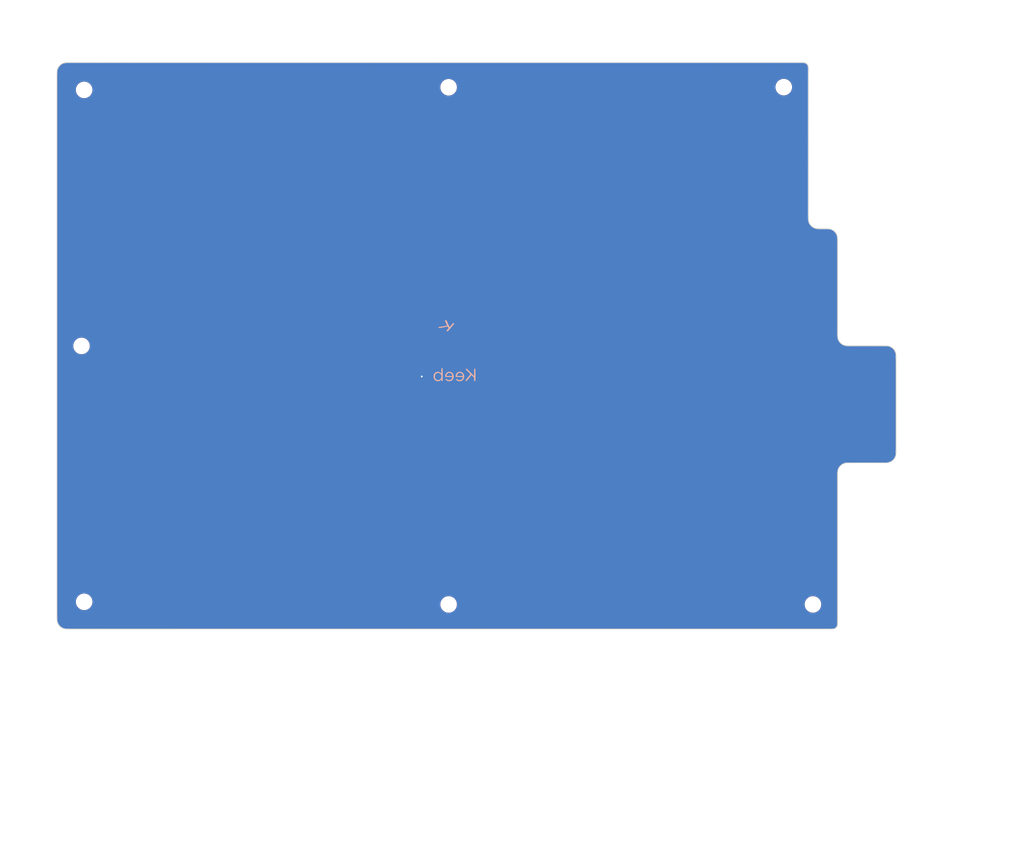
<source format=kicad_pcb>
(kicad_pcb (version 20221018) (generator pcbnew)
  (layers (0 "F.Cu" signal) (31 "B.Cu" signal) (34 "B.Paste" user) (35 "F.Paste" user) (36 "B.SilkS" user "B.Silkscreen") (37 "F.SilkS" user "F.Silkscreen") (38 "B.Mask" user) (39 "F.Mask" user) (44 "Edge.Cuts" user))
  (net 0 "")
  (net 1 "GND")
  (footprint "Mounting_Holes:MountingHole_2.2mm_M2" (layer "F.Cu") (at 138.275 103.325)
    (fp_text reference "REF**" hide)
    (fp_text value "MountingHole_2.2mm_M2" hide)
    (pad "" np_thru_hole circle (at 0 0) (size 2.2 2.2) (drill 2.2) (layers "*.Cu" "*.Mask"))
  )
  (footprint "Keebio-Parts:VIA-0.6mm" (layer "F.Cu") (at 74.6 66.225)
    (fp_text reference "REF**" hide)
    (fp_text value "VIA-0.6mm" hide)
    (pad "1" thru_hole circle (at 0 0) (size 0.6 0.6) (drill 0.3) (layers "*.Cu") (net 1 "GND"))
  )
  (footprint "Mounting_Holes:MountingHole_2.2mm_M2" (layer "F.Cu") (at 78.975 103.325)
    (fp_text reference "REF**" hide)
    (fp_text value "MountingHole_2.2mm_M2" hide)
    (pad "" np_thru_hole circle (at 0 0) (size 2.2 2.2) (drill 2.2) (layers "*.Cu" "*.Mask"))
  )
  (footprint "Mounting_Holes:MountingHole_2.2mm_M2" (layer "F.Cu") (at 19.65 102.9)
    (fp_text reference "REF**" hide)
    (fp_text value "MountingHole_2.2mm_M2" hide)
    (pad "" np_thru_hole circle (at 0 0) (size 2.2 2.2) (drill 2.2) (layers "*.Cu" "*.Mask"))
  )
  (footprint "Mounting_Holes:MountingHole_2.2mm_M2" (layer "F.Cu") (at 19.225 61.25)
    (fp_text reference "REF**" hide)
    (fp_text value "MountingHole_2.2mm_M2" hide)
    (pad "" np_thru_hole circle (at 0 0) (size 2.2 2.2) (drill 2.2) (layers "*.Cu" "*.Mask"))
  )
  (footprint "Mounting_Holes:MountingHole_2.2mm_M2" (layer "F.Cu") (at 19.65 19.575)
    (fp_text reference "REF**" hide)
    (fp_text value "MountingHole_2.2mm_M2" hide)
    (pad "" np_thru_hole circle (at 0 0) (size 2.2 2.2) (drill 2.2) (layers "*.Cu" "*.Mask"))
  )
  (footprint "Mounting_Holes:MountingHole_2.2mm_M2" (layer "F.Cu") (at 78.975 19.15)
    (fp_text reference "REF**" hide)
    (fp_text value "MountingHole_2.2mm_M2" hide)
    (pad "" np_thru_hole circle (at 0 0) (size 2.2 2.2) (drill 2.2) (layers "*.Cu" "*.Mask"))
  )
  (footprint "Mounting_Holes:MountingHole_2.2mm_M2" (layer "F.Cu") (at 133.525 19.125)
    (fp_text reference "REF**" hide)
    (fp_text value "MountingHole_2.2mm_M2" hide)
    (pad "" np_thru_hole circle (at 0 0) (size 2.2 2.2) (drill 2.2) (layers "*.Cu" "*.Mask"))
  )
  (footprint "Keebio-Art:Keebio-TwoTone" (layer "B.Cu") (at 78.58125 61.317188 180)
    (fp_text reference "G***" hide)
    (fp_text value "LOGO" hide)
  )
  (gr_line (start 144.244848 61.229177) (end 144.187086 61.229177) (stroke (width 0.1)) (layer "Edge.Cuts"))
  (gr_line (start 137.228211 15.313288) (end 137.174434 15.272134) (stroke (width 0.1)) (layer "Edge.Cuts"))
  (gr_line (start 142.481694 81.107031) (end 142.551466 80.992875) (stroke (width 0.1)) (layer "Edge.Cuts"))
  (gr_line (start 16.438868 107.276036) (end 16.557423 107.299001) (stroke (width 0.1)) (layer "Edge.Cuts"))
  (gr_line (start 142.281322 82.143455) (end 142.281326 82.078471) (stroke (width 0.1)) (layer "Edge.Cuts"))
  (gr_line (start 15.21947 16.893641) (end 15.219375 16.963463) (stroke (width 0.1)) (layer "Edge.Cuts"))
  (gr_line (start 149.989267 80.279177) (end 150.062456 80.278935) (stroke (width 0.1)) (layer "Edge.Cuts"))
  (gr_line (start 138.845205 107.329211) (end 140.243464 107.329197) (stroke (width 0.1)) (layer "Edge.Cuts"))
  (gr_line (start 151.806322 78.338959) (end 151.806322 78.232875) (stroke (width 0.1)) (layer "Edge.Cuts"))
  (gr_line (start 15.219375 43.769167) (end 15.219375 51.174272) (stroke (width 0.1)) (layer "Edge.Cuts"))
  (gr_line (start 142.276991 106.565059) (end 142.279888 106.514858) (stroke (width 0.1)) (layer "Edge.Cuts"))
  (gr_line (start 136.446718 15.129177) (end 135.996709 15.129177) (stroke (width 0.1)) (layer "Edge.Cuts"))
  (gr_line (start 142.281322 82.997078) (end 142.281322 82.609098) (stroke (width 0.1)) (layer "Edge.Cuts"))
  (gr_line (start 20.473628 15.129176) (end 18.750277 15.129176) (stroke (width 0.1)) (layer "Edge.Cuts"))
  (gr_line (start 141.532567 42.426399) (end 141.417041 42.36016) (stroke (width 0.1)) (layer "Edge.Cuts"))
  (gr_line (start 16.077891 107.14646) (end 16.196887 107.201239) (stroke (width 0.1)) (layer "Edge.Cuts"))
  (gr_line (start 137.059363 15.205875) (end 136.999301 15.181763) (stroke (width 0.1)) (layer "Edge.Cuts"))
  (gr_line (start 137.537588 40.750981) (end 137.527116 40.642224) (stroke (width 0.1)) (layer "Edge.Cuts"))
  (gr_line (start 15.219375 81.655563) (end 15.219375 87.990726) (stroke (width 0.1)) (layer "Edge.Cuts"))
  (gr_line (start 146.068375 61.229177) (end 145.634417 61.229177) (stroke (width 0.1)) (layer "Edge.Cuts"))
  (gr_line (start 144.033025 80.279353) (end 144.104764 80.279177) (stroke (width 0.1)) (layer "Edge.Cuts"))
  (gr_line (start 139.594432 42.179177) (end 139.563266 42.179177) (stroke (width 0.1)) (layer "Edge.Cuts"))
  (gr_line (start 15.246094 16.497634) (end 15.232458 16.610007) (stroke (width 0.1)) (layer "Edge.Cuts"))
  (gr_line (start 95.151692 107.329645) (end 105.438438 107.329543) (stroke (width 0.1)) (layer "Edge.Cuts"))
  (gr_line (start 137.527116 40.642224) (end 137.521514 40.542063) (stroke (width 0.1)) (layer "Edge.Cuts"))
  (gr_line (start 142.281322 57.550499) (end 142.281322 56.76471) (stroke (width 0.1)) (layer "Edge.Cuts"))
  (gr_line (start 141.407501 107.329098) (end 141.450152 107.328337) (stroke (width 0.1)) (layer "Edge.Cuts"))
  (gr_line (start 149.620401 80.279177) (end 149.730726 80.279177) (stroke (width 0.1)) (layer "Edge.Cuts"))
  (gr_line (start 140.717175 42.185592) (end 140.619639 42.181015) (stroke (width 0.1)) (layer "Edge.Cuts"))
  (gr_line (start 140.236878 42.179177) (end 140.205713 42.179177) (stroke (width 0.1)) (layer "Edge.Cuts"))
  (gr_line (start 141.787795 107.267091) (end 141.847298 107.240374) (stroke (width 0.1)) (layer "Edge.Cuts"))
  (gr_line (start 19.472433 107.330396) (end 21.647726 107.330375) (stroke (width 0.1)) (layer "Edge.Cuts"))
  (gr_line (start 15.219375 37.050301) (end 15.219375 43.769167) (stroke (width 0.1)) (layer "Edge.Cuts"))
  (gr_line (start 15.219375 97.285287) (end 15.219375 100.322761) (stroke (width 0.1)) (layer "Edge.Cuts"))
  (gr_line (start 144.480118 80.279177) (end 144.635898 80.279177) (stroke (width 0.1)) (layer "Edge.Cuts"))
  (gr_line (start 141.450152 107.328337) (end 141.498553 107.326143) (stroke (width 0.1)) (layer "Edge.Cuts"))
  (gr_line (start 137.554452 40.8661) (end 137.537588 40.750981) (stroke (width 0.1)) (layer "Edge.Cuts"))
  (gr_line (start 149.730726 80.279177) (end 149.811498 80.279177) (stroke (width 0.1)) (layer "Edge.Cuts"))
  (gr_line (start 142.012816 107.126216) (end 142.061705 107.078742) (stroke (width 0.1)) (layer "Edge.Cuts"))
  (gr_line (start 148.999334 80.279177) (end 149.265983 80.279177) (stroke (width 0.1)) (layer "Edge.Cuts"))
  (gr_line (start 142.084089 43.012758) (end 142.014867 42.898378) (stroke (width 0.1)) (layer "Edge.Cuts"))
  (gr_line (start 133.362218 15.129177) (end 130.769976 15.129177) (stroke (width 0.1)) (layer "Edge.Cuts"))
  (gr_line (start 18.136582 107.330409) (end 19.472433 107.330396) (stroke (width 0.1)) (layer "Edge.Cuts"))
  (gr_line (start 137.518822 38.851712) (end 137.518822 38.033105) (stroke (width 0.1)) (layer "Edge.Cuts"))
  (gr_line (start 143.630804 80.308776) (end 143.744181 80.294067) (stroke (width 0.1)) (layer "Edge.Cuts"))
  (gr_line (start 16.876528 107.32844) (end 16.96326 107.33018) (stroke (width 0.1)) (layer "Edge.Cuts"))
  (gr_line (start 16.96326 107.33018) (end 17.036449 107.33042) (stroke (width 0.1)) (layer "Edge.Cuts"))
  (gr_line (start 141.498553 107.326143) (end 141.551589 107.321757) (stroke (width 0.1)) (layer "Edge.Cuts"))
  (gr_line (start 142.510064 60.450536) (end 142.446889 60.333945) (stroke (width 0.1)) (layer "Edge.Cuts"))
  (gr_line (start 115.447161 15.129177) (end 107.304096 15.129177) (stroke (width 0.1)) (layer "Edge.Cuts"))
  (gr_line (start 137.278703 15.359015) (end 137.228211 15.313288) (stroke (width 0.1)) (layer "Edge.Cuts"))
  (gr_line (start 151.806322 78.232875) (end 151.806322 78.064145) (stroke (width 0.1)) (layer "Edge.Cuts"))
  (gr_line (start 16.145786 15.280179) (end 16.02821 15.340211) (stroke (width 0.1)) (layer "Edge.Cuts"))
  (gr_line (start 137.518822 40.228079) (end 137.518822 40.08311) (stroke (width 0.1)) (layer "Edge.Cuts"))
  (gr_line (start 149.469246 80.279177) (end 149.620401 80.279177) (stroke (width 0.1)) (layer "Edge.Cuts"))
  (gr_line (start 137.521514 40.542063) (end 137.519257 40.452734) (stroke (width 0.1)) (layer "Edge.Cuts"))
  (gr_line (start 84.252572 107.329753) (end 95.151692 107.329645) (stroke (width 0.1)) (layer "Edge.Cuts"))
  (gr_line (start 35.339487 107.330239) (end 42.974119 107.330163) (stroke (width 0.1)) (layer "Edge.Cuts"))
  (gr_line (start 136.820797 15.140411) (end 136.765574 15.134421) (stroke (width 0.1)) (layer "Edge.Cuts"))
  (gr_line (start 143.985508 61.228389) (end 143.893122 61.225402) (stroke (width 0.1)) (layer "Edge.Cuts"))
  (gr_line (start 56.291979 15.129176) (end 46.87138 15.129176) (stroke (width 0.1)) (layer "Edge.Cuts"))
  (gr_line (start 139.08297 42.172762) (end 138.976252 42.163715) (stroke (width 0.1)) (layer "Edge.Cuts"))
  (gr_line (start 144.717816 61.229177) (end 144.540732 61.229177) (stroke (width 0.1)) (layer "Edge.Cuts"))
  (gr_line (start 146.335754 80.279177) (end 146.821115 80.279177) (stroke (width 0.1)) (layer "Edge.Cuts"))
  (gr_line (start 142.281322 100.72942) (end 142.281322 98.875168) (stroke (width 0.1)) (layer "Edge.Cuts"))
  (gr_line (start 149.121462 61.229177) (end 148.813402 61.229177) (stroke (width 0.1)) (layer "Edge.Cuts"))
  (gr_line (start 141.294712 107.329187) (end 141.371663 107.329186) (stroke (width 0.1)) (layer "Edge.Cuts"))
  (gr_line (start 140.000993 42.179177) (end 139.934145 42.179177) (stroke (width 0.1)) (layer "Edge.Cuts"))
  (gr_line (start 130.769976 15.129177) (end 127.055898 15.129177) (stroke (width 0.1)) (layer "Edge.Cuts"))
  (gr_line (start 142.281322 104.563018) (end 142.281322 103.593802) (stroke (width 0.1)) (layer "Edge.Cuts"))
  (gr_line (start 150.828822 80.149989) (end 150.947817 80.09521) (stroke (width 0.1)) (layer "Edge.Cuts"))
  (gr_line (start 141.176797 42.263833) (end 141.055939 42.232236) (stroke (width 0.1)) (layer "Edge.Cuts"))
  (gr_line (start 149.671762 61.229177) (end 149.539389 61.229177) (stroke (width 0.1)) (layer "Edge.Cuts"))
  (gr_line (start 137.436186 15.576001) (end 137.404654 15.517808) (stroke (width 0.1)) (layer "Edge.Cuts"))
  (gr_line (start 141.845683 42.686099) (end 141.748055 42.590536) (stroke (width 0.1)) (layer "Edge.Cuts"))
  (gr_line (start 138.623347 42.094521) (end 138.502245 42.052362) (stroke (width 0.1)) (layer "Edge.Cuts"))
  (gr_line (start 151.110877 61.511799) (end 150.997487 61.440212) (stroke (width 0.1)) (layer "Edge.Cuts"))
  (gr_line (start 151.806322 67.774852) (end 151.806322 66.628405) (stroke (width 0.1)) (layer "Edge.Cuts"))
  (gr_line (start 149.539389 61.229177) (end 149.359714 61.229177) (stroke (width 0.1)) (layer "Edge.Cuts"))
  (gr_line (start 149.897848 61.229177) (end 149.839715 61.229177) (stroke (width 0.1)) (layer "Edge.Cuts"))
  (gr_line (start 142.281322 53.355702) (end 142.281322 52.02435) (stroke (width 0.1)) (layer "Edge.Cuts"))
  (gr_line (start 149.95379 61.229177) (end 149.897848 61.229177) (stroke (width 0.1)) (layer "Edge.Cuts"))
  (gr_line (start 15.650424 106.818604) (end 15.747672 106.91456) (stroke (width 0.1)) (layer "Edge.Cuts"))
  (gr_line (start 150.518388 61.269372) (end 150.402202 61.250949) (stroke (width 0.1)) (layer "Edge.Cuts"))
  (gr_line (start 143.679848 61.206669) (end 143.56343 61.187875) (stroke (width 0.1)) (layer "Edge.Cuts"))
  (gr_line (start 142.281322 106.338884) (end 142.281322 106.334274) (stroke (width 0.1)) (layer "Edge.Cuts"))
  (gr_line (start 151.806322 77.80529) (end 151.806322 77.428829) (stroke (width 0.1)) (layer "Edge.Cuts"))
  (gr_line (start 151.758777 62.480072) (end 151.729234 62.359555) (stroke (width 0.1)) (layer "Edge.Cuts"))
  (gr_line (start 136.668238 15.129571) (end 136.628356 15.129189) (stroke (width 0.1)) (layer "Edge.Cuts"))
  (gr_line (start 142.281322 106.332123) (end 142.281322 106.331493) (stroke (width 0.1)) (layer "Edge.Cuts"))
  (gr_line (start 137.174434 15.272134) (end 137.117958 15.236135) (stroke (width 0.1)) (layer "Edge.Cuts"))
  (gr_line (start 42.974119 107.330163) (end 52.101852 107.330072) (stroke (width 0.1)) (layer "Edge.Cuts"))
  (gr_line (start 122.016103 15.129177) (end 115.447161 15.129177) (stroke (width 0.1)) (layer "Edge.Cuts"))
  (gr_line (start 144.219305 80.279177) (end 144.283098 80.279177) (stroke (width 0.1)) (layer "Edge.Cuts"))
  (gr_line (start 142.281322 92.565211) (end 142.281322 90.485591) (stroke (width 0.1)) (layer "Edge.Cuts"))
  (gr_line (start 140.205713 42.179177) (end 140.167848 42.179177) (stroke (width 0.1)) (layer "Edge.Cuts"))
  (gr_line (start 15.219375 51.174272) (end 15.219375 58.965539) (stroke (width 0.1)) (layer "Edge.Cuts"))
  (gr_line (start 142.395972 60.214091) (end 142.35673 60.092837) (stroke (width 0.1)) (layer "Edge.Cuts"))
  (gr_line (start 142.014867 42.898378) (end 141.935009 42.789102) (stroke (width 0.1)) (layer "Edge.Cuts"))
  (gr_line (start 16.733796 15.139241) (end 16.623496 15.150947) (stroke (width 0.1)) (layer "Edge.Cuts"))
  (gr_line (start 137.518822 39.833921) (end 137.518822 39.43772) (stroke (width 0.1)) (layer "Edge.Cuts"))
  (gr_line (start 15.482171 106.60571) (end 15.561535 106.715265) (stroke (width 0.1)) (layer "Edge.Cuts"))
  (gr_line (start 150.291901 61.239242) (end 150.189722 61.23273) (stroke (width 0.1)) (layer "Edge.Cuts"))
  (gr_line (start 137.518822 31.873472) (end 137.518822 29.788721) (stroke (width 0.1)) (layer "Edge.Cuts"))
  (gr_line (start 151.806322 70.367824) (end 151.806322 69.038392) (stroke (width 0.1)) (layer "Edge.Cuts"))
  (gr_line (start 15.237489 105.89671) (end 15.254003 106.011569) (stroke (width 0.1)) (layer "Edge.Cuts"))
  (gr_line (start 15.962573 107.079656) (end 16.077891 107.14646) (stroke (width 0.1)) (layer "Edge.Cuts"))
  (gr_line (start 140.06395 42.179177) (end 140.000993 42.179177) (stroke (width 0.1)) (layer "Edge.Cuts"))
  (gr_line (start 137.518822 16.178866) (end 137.518822 16.08866) (stroke (width 0.1)) (layer "Edge.Cuts"))
  (gr_line (start 142.281322 56.76471) (end 142.281322 55.777083) (stroke (width 0.1)) (layer "Edge.Cuts"))
  (gr_line (start 137.32533 15.408733) (end 137.278703 15.359015) (stroke (width 0.1)) (layer "Edge.Cuts"))
  (gr_line (start 136.938776 15.163322) (end 136.878903 15.149791) (stroke (width 0.1)) (layer "Edge.Cuts"))
  (gr_line (start 144.130961 61.229177) (end 144.065413 61.229152) (stroke (width 0.1)) (layer "Edge.Cuts"))
  (gr_line (start 15.219375 93.222549) (end 15.219375 97.285287) (stroke (width 0.1)) (layer "Edge.Cuts"))
  (gr_line (start 136.714349 15.131061) (end 136.668238 15.129571) (stroke (width 0.1)) (layer "Edge.Cuts"))
  (gr_line (start 15.387768 16.018586) (end 15.336244 16.138316) (stroke (width 0.1)) (layer "Edge.Cuts"))
  (gr_line (start 142.061705 107.078742) (end 142.106482 107.027529) (stroke (width 0.1)) (layer "Edge.Cuts"))
  (gr_line (start 151.278033 79.86331) (end 151.375279 79.767353) (stroke (width 0.1)) (layer "Edge.Cuts"))
  (gr_line (start 137.518822 33.814018) (end 137.518822 31.873472) (stroke (width 0.1)) (layer "Edge.Cuts"))
  (gr_line (start 142.281399 59.460957) (end 142.281322 59.392268) (stroke (width 0.1)) (layer "Edge.Cuts"))
  (gr_line (start 151.612198 79.43986) (end 151.669012 79.321381) (stroke (width 0.1)) (layer "Edge.Cuts"))
  (gr_line (start 137.481185 15.696341) (end 137.461599 15.635822) (stroke (width 0.1)) (layer "Edge.Cuts"))
  (gr_line (start 77.132652 15.129176) (end 66.514364 15.129176) (stroke (width 0.1)) (layer "Edge.Cuts"))
  (gr_line (start 142.300755 81.701842) (end 142.317973 81.586468) (stroke (width 0.1)) (layer "Edge.Cuts"))
  (gr_line (start 137.505899 15.815023) (end 137.495698 15.756447) (stroke (width 0.1)) (layer "Edge.Cuts"))
  (gr_line (start 15.219375 23.315871) (end 15.219375 26.771767) (stroke (width 0.1)) (layer "Edge.Cuts"))
  (gr_line (start 141.748055 42.590536) (end 141.643294 42.50358) (stroke (width 0.1)) (layer "Edge.Cuts"))
  (gr_line (start 15.747672 106.91456) (end 15.852111 107.001967) (stroke (width 0.1)) (layer "Edge.Cuts"))
  (gr_line (start 151.499227 61.890342) (end 151.414256 61.784212) (stroke (width 0.1)) (layer "Edge.Cuts"))
  (gr_line (start 138.267578 41.931955) (end 138.156851 41.854774) (stroke (width 0.1)) (layer "Edge.Cuts"))
  (gr_line (start 137.404654 15.517808) (end 137.367508 15.461858) (stroke (width 0.1)) (layer "Edge.Cuts"))
  (gr_line (start 142.377906 81.345903) (end 142.423666 81.225182) (stroke (width 0.1)) (layer "Edge.Cuts"))
  (gr_line (start 137.518822 21.644226) (end 137.518822 20.065867) (stroke (width 0.1)) (layer "Edge.Cuts"))
  (gr_line (start 15.296463 16.259553) (end 15.266921 16.380071) (stroke (width 0.1)) (layer "Edge.Cuts"))
  (gr_line (start 142.281322 90.485591) (end 142.281322 88.554205) (stroke (width 0.1)) (layer "Edge.Cuts"))
  (gr_line (start 15.526471 15.790341) (end 15.451524 15.902189) (stroke (width 0.1)) (layer "Edge.Cuts"))
  (gr_line (start 137.613452 41.106484) (end 137.579233 40.985346) (stroke (width 0.1)) (layer "Edge.Cuts"))
  (gr_line (start 17.078538 15.129176) (end 17.007035 15.129193) (stroke (width 0.1)) (layer "Edge.Cuts"))
  (gr_line (start 151.806322 74.239447) (end 151.806322 73.019554) (stroke (width 0.1)) (layer "Edge.Cuts"))
  (gr_line (start 141.667109 107.303368) (end 141.727364 107.287845) (stroke (width 0.1)) (layer "Edge.Cuts"))
  (gr_line (start 144.540732 61.229177) (end 144.410394 61.229177) (stroke (width 0.1)) (layer "Edge.Cuts"))
  (gr_line (start 151.803808 78.637398) (end 151.805939 78.54866) (stroke (width 0.1)) (layer "Edge.Cuts"))
  (gr_line (start 142.281326 82.078471) (end 142.281813 82.001514) (stroke (width 0.1)) (layer "Edge.Cuts"))
  (gr_line (start 137.518822 16.046171) (end 137.518784 16.011722) (stroke (width 0.1)) (layer "Edge.Cuts"))
  (gr_line (start 137.518784 16.011722) (end 137.51823 15.970419) (stroke (width 0.1)) (layer "Edge.Cuts"))
  (gr_line (start 142.281322 54.62368) (end 142.281322 53.355702) (stroke (width 0.1)) (layer "Edge.Cuts"))
  (gr_line (start 144.283098 80.279177) (end 144.366277 80.279177) (stroke (width 0.1)) (layer "Edge.Cuts"))
  (gr_line (start 142.106482 107.027529) (end 142.146564 106.973158) (stroke (width 0.1)) (layer "Edge.Cuts"))
  (gr_line (start 150.638224 61.296037) (end 150.518388 61.269372) (stroke (width 0.1)) (layer "Edge.Cuts"))
  (gr_line (start 151.806322 76.907283) (end 151.806322 76.213171) (stroke (width 0.1)) (layer "Edge.Cuts"))
  (gr_line (start 151.788209 78.845465) (end 151.798406 78.737078) (stroke (width 0.1)) (layer "Edge.Cuts"))
  (gr_line (start 142.281322 46.206594) (end 142.281322 45.521611) (stroke (width 0.1)) (layer "Edge.Cuts"))
  (gr_line (start 142.446889 60.333945) (end 142.395972 60.214091) (stroke (width 0.1)) (layer "Edge.Cuts"))
  (gr_line (start 114.690722 107.329451) (end 122.488364 107.329374) (stroke (width 0.1)) (layer "Edge.Cuts"))
  (gr_line (start 15.91482 15.411798) (end 15.806784 15.493771) (stroke (width 0.1)) (layer "Edge.Cuts"))
  (gr_line (start 15.219375 16.963463) (end 15.219375 17.069525) (stroke (width 0.1)) (layer "Edge.Cuts"))
  (gr_line (start 141.551589 107.321757) (end 141.608146 107.314418) (stroke (width 0.1)) (layer "Edge.Cuts"))
  (gr_line (start 136.628356 15.129189) (end 136.590408 15.129177) (stroke (width 0.1)) (layer "Edge.Cuts"))
  (gr_line (start 137.518822 23.487518) (end 137.518822 21.644226) (stroke (width 0.1)) (layer "Edge.Cuts"))
  (gr_line (start 16.9278 15.129887) (end 16.835976 15.132729) (stroke (width 0.1)) (layer "Edge.Cuts"))
  (gr_line (start 142.281322 85.458427) (end 142.281322 84.378948) (stroke (width 0.1)) (layer "Edge.Cuts"))
  (gr_line (start 144.366277 80.279177) (end 144.480118 80.279177) (stroke (width 0.1)) (layer "Edge.Cuts"))
  (gr_line (start 137.518822 16.669837) (end 137.518822 16.358641) (stroke (width 0.1)) (layer "Edge.Cuts"))
  (gr_line (start 142.281322 82.366031) (end 142.281322 82.225081) (stroke (width 0.1)) (layer "Edge.Cuts"))
  (gr_line (start 15.219375 100.322761) (end 15.219375 102.486889) (stroke (width 0.1)) (layer "Edge.Cuts"))
  (gr_line (start 151.320429 61.684966) (end 151.218914 61.593773) (stroke (width 0.1)) (layer "Edge.Cuts"))
  (gr_line (start 17.007035 15.129193) (end 16.9278 15.129887) (stroke (width 0.1)) (layer "Edge.Cuts"))
  (gr_line (start 15.336244 16.138316) (end 15.296463 16.259553) (stroke (width 0.1)) (layer "Edge.Cuts"))
  (gr_line (start 142.281322 82.225081) (end 142.281322 82.143455) (stroke (width 0.1)) (layer "Edge.Cuts"))
  (gr_line (start 151.806322 78.064145) (end 151.806322 77.80529) (stroke (width 0.1)) (layer "Edge.Cuts"))
  (gr_line (start 137.512548 15.870954) (end 137.505899 15.815023) (stroke (width 0.1)) (layer "Edge.Cuts"))
  (gr_line (start 137.495698 15.756447) (end 137.481185 15.696341) (stroke (width 0.1)) (layer "Edge.Cuts"))
  (gr_line (start 140.264522 42.179177) (end 140.236878 42.179177) (stroke (width 0.1)) (layer "Edge.Cuts"))
  (gr_line (start 150.189722 61.23273) (end 150.097897 61.229888) (stroke (width 0.1)) (layer "Edge.Cuts"))
  (gr_line (start 151.801206 62.814957) (end 151.793239 62.710008) (stroke (width 0.1)) (layer "Edge.Cuts"))
  (gr_line (start 142.281322 96.841829) (end 142.281322 94.711233) (stroke (width 0.1)) (layer "Edge.Cuts"))
  (gr_line (start 62.305565 107.329971) (end 73.163167 107.329863) (stroke (width 0.1)) (layer "Edge.Cuts"))
  (gr_line (start 142.971319 60.942757) (end 142.863576 60.860302) (stroke (width 0.1)) (layer "Edge.Cuts"))
  (gr_line (start 142.863576 60.860302) (end 142.762412 60.768686) (stroke (width 0.1)) (layer "Edge.Cuts"))
  (gr_line (start 143.391815 80.362044) (end 143.512604 80.330928) (stroke (width 0.1)) (layer "Edge.Cuts"))
  (gr_line (start 151.771695 78.960323) (end 151.788209 78.845465) (stroke (width 0.1)) (layer "Edge.Cuts"))
  (gr_line (start 137.518822 16.358641) (end 137.518822 16.178866) (stroke (width 0.1)) (layer "Edge.Cuts"))
  (gr_line (start 142.282509 59.54371) (end 142.281399 59.460957) (stroke (width 0.1)) (layer "Edge.Cuts"))
  (gr_line (start 142.210316 106.857273) (end 142.233143 106.797052) (stroke (width 0.1)) (layer "Edge.Cuts"))
  (gr_line (start 15.22067 16.810245) (end 15.21947 16.893641) (stroke (width 0.1)) (layer "Edge.Cuts"))
  (gr_line (start 151.806322 63.126166) (end 151.806322 63.063016) (stroke (width 0.1)) (layer "Edge.Cuts"))
  (gr_line (start 143.443472 61.160766) (end 143.322207 61.123819) (stroke (width 0.1)) (layer "Edge.Cuts"))
  (gr_line (start 151.806322 63.063016) (end 151.806227 62.993642) (stroke (width 0.1)) (layer "Edge.Cuts"))
  (gr_line (start 139.799152 42.179177) (end 139.736195 42.179177) (stroke (width 0.1)) (layer "Edge.Cuts"))
  (gr_line (start 137.579233 40.985346) (end 137.554452 40.8661) (stroke (width 0.1)) (layer "Edge.Cuts"))
  (gr_line (start 142.250464 106.736605) (end 142.263039 106.677047) (stroke (width 0.1)) (layer "Edge.Cuts"))
  (gr_line (start 140.358076 42.179177) (end 140.321945 42.179177) (stroke (width 0.1)) (layer "Edge.Cuts"))
  (gr_line (start 15.266921 16.380071) (end 15.246094 16.497634) (stroke (width 0.1)) (layer "Edge.Cuts"))
  (gr_line (start 141.960397 107.169367) (end 142.012816 107.126216) (stroke (width 0.1)) (layer "Edge.Cuts"))
  (gr_line (start 17.746526 15.129176) (end 17.257553 15.129176) (stroke (width 0.1)) (layer "Edge.Cuts"))
  (gr_line (start 73.163167 107.329863) (end 84.252572 107.329753) (stroke (width 0.1)) (layer "Edge.Cuts"))
  (gr_line (start 105.438438 107.329543) (end 114.690722 107.329451) (stroke (width 0.1)) (layer "Edge.Cuts"))
  (gr_line (start 142.281322 98.875168) (end 142.281322 96.841829) (stroke (width 0.1)) (layer "Edge.Cuts"))
  (gr_line (start 139.508326 42.179177) (end 139.4782 42.179177) (stroke (width 0.1)) (layer "Edge.Cuts"))
  (gr_line (start 151.806322 64.874224) (end 151.806322 64.282485) (stroke (width 0.1)) (layer "Edge.Cuts"))
  (gr_line (start 151.63793 62.118588) (end 151.574174 62.00219) (stroke (width 0.1)) (layer "Edge.Cuts"))
  (gr_line (start 148.813402 61.229177) (end 148.433061 61.229177) (stroke (width 0.1)) (layer "Edge.Cuts"))
  (gr_line (start 142.281322 106.068826) (end 142.281322 105.759615) (stroke (width 0.1)) (layer "Edge.Cuts"))
  (gr_line (start 122.488364 107.329374) (end 128.616107 107.329313) (stroke (width 0.1)) (layer "Edge.Cuts"))
  (gr_line (start 147.523393 61.229177) (end 147.031659 61.229177) (stroke (width 0.1)) (layer "Edge.Cuts"))
  (gr_line (start 150.097897 61.229888) (end 150.018663 61.229194) (stroke (width 0.1)) (layer "Edge.Cuts"))
  (gr_line (start 15.705268 15.584965) (end 15.611442 15.684211) (stroke (width 0.1)) (layer "Edge.Cuts"))
  (gr_line (start 15.254003 106.011569) (end 15.278359 106.130666) (stroke (width 0.1)) (layer "Edge.Cuts"))
  (gr_line (start 151.747339 79.079419) (end 151.771695 78.960323) (stroke (width 0.1)) (layer "Edge.Cuts"))
  (gr_line (start 151.806322 69.038392) (end 151.806322 67.774852) (stroke (width 0.1)) (layer "Edge.Cuts"))
  (gr_line (start 140.619639 42.181015) (end 140.533521 42.179384) (stroke (width 0.1)) (layer "Edge.Cuts"))
  (gr_line (start 151.793239 62.710008) (end 151.779604 62.597635) (stroke (width 0.1)) (layer "Edge.Cuts"))
  (gr_line (start 15.219375 20.798074) (end 15.219375 23.315871) (stroke (width 0.1)) (layer "Edge.Cuts"))
  (gr_line (start 141.608146 107.314418) (end 141.667109 107.303368) (stroke (width 0.1)) (layer "Edge.Cuts"))
  (gr_line (start 141.297899 42.305992) (end 141.176797 42.263833) (stroke (width 0.1)) (layer "Edge.Cuts"))
  (gr_line (start 26.898409 15.129176) (end 23.121398 15.129176) (stroke (width 0.1)) (layer "Edge.Cuts"))
  (gr_line (start 145.634417 61.229177) (end 145.257311 61.229177) (stroke (width 0.1)) (layer "Edge.Cuts"))
  (gr_line (start 142.262557 43.607373) (end 142.245693 43.492254) (stroke (width 0.1)) (layer "Edge.Cuts"))
  (gr_line (start 128.616107 107.329313) (end 133.243508 107.329267) (stroke (width 0.1)) (layer "Edge.Cuts"))
  (gr_line (start 15.22189 105.688643) (end 15.227292 105.788323) (stroke (width 0.1)) (layer "Edge.Cuts"))
  (gr_line (start 142.668993 60.669074) (end 142.584488 60.562635) (stroke (width 0.1)) (layer "Edge.Cuts"))
  (gr_line (start 142.273029 43.716131) (end 142.262557 43.607373) (stroke (width 0.1)) (layer "Edge.Cuts"))
  (gr_line (start 142.233143 106.797052) (end 142.250464 106.736605) (stroke (width 0.1)) (layer "Edge.Cuts"))
  (gr_line (start 137.367508 15.461858) (end 137.32533 15.408733) (stroke (width 0.1)) (layer "Edge.Cuts"))
  (gr_line (start 151.806322 63.338139) (end 151.806322 63.208714) (stroke (width 0.1)) (layer "Edge.Cuts"))
  (gr_line (start 145.257311 61.229177) (end 144.952924 61.229177) (stroke (width 0.1)) (layer "Edge.Cuts"))
  (gr_line (start 142.281322 83.572763) (end 142.281322 82.997078) (stroke (width 0.1)) (layer "Edge.Cuts"))
  (gr_line (start 139.866 42.179177) (end 139.799152 42.179177) (stroke (width 0.1)) (layer "Edge.Cuts"))
  (gr_line (start 137.518822 27.641593) (end 137.518822 25.513916) (stroke (width 0.1)) (layer "Edge.Cuts"))
  (gr_line (start 142.281322 44.637809) (end 142.281322 44.384029) (stroke (width 0.1)) (layer "Edge.Cuts"))
  (gr_line (start 142.281322 106.313649) (end 142.281322 106.239866) (stroke (width 0.1)) (layer "Edge.Cuts"))
  (gr_line (start 150.018663 61.229194) (end 149.95379 61.229177) (stroke (width 0.1)) (layer "Edge.Cuts"))
  (gr_line (start 142.281322 58.150658) (end 142.281322 57.550499) (stroke (width 0.1)) (layer "Edge.Cuts"))
  (gr_line (start 17.131513 107.330419) (end 17.42725 107.330417) (stroke (width 0.1)) (layer "Edge.Cuts"))
  (gr_line (start 29.36833 107.330298) (end 35.339487 107.330239) (stroke (width 0.1)) (layer "Edge.Cuts"))
  (gr_line (start 141.847298 107.240374) (end 141.90503 107.207614) (stroke (width 0.1)) (layer "Edge.Cuts"))
  (gr_line (start 127.055898 15.129177) (end 122.016103 15.129177) (stroke (width 0.1)) (layer "Edge.Cuts"))
  (gr_line (start 133.243508 107.329267) (end 136.582546 107.329234) (stroke (width 0.1)) (layer "Edge.Cuts"))
  (gr_line (start 142.281322 49.376336) (end 142.281322 48.162078) (stroke (width 0.1)) (layer "Edge.Cuts"))
  (gr_line (start 151.689454 62.238317) (end 151.63793 62.118588) (stroke (width 0.1)) (layer "Edge.Cuts"))
  (gr_line (start 138.156851 41.854774) (end 138.05209 41.767818) (stroke (width 0.1)) (layer "Edge.Cuts"))
  (gr_line (start 17.257553 15.129176) (end 17.078538 15.129176) (stroke (width 0.1)) (layer "Edge.Cuts"))
  (gr_line (start 46.87138 15.129176) (end 38.658451 15.129176) (stroke (width 0.1)) (layer "Edge.Cuts"))
  (gr_line (start 142.181369 106.916211) (end 142.210316 106.857273) (stroke (width 0.1)) (layer "Edge.Cuts"))
  (gr_line (start 151.806322 64.282485) (end 151.806322 63.847545) (stroke (width 0.1)) (layer "Edge.Cuts"))
  (gr_line (start 149.839715 61.229177) (end 149.768112 61.229177) (stroke (width 0.1)) (layer "Edge.Cuts"))
  (gr_line (start 143.512604 80.330928) (end 143.630804 80.308776) (stroke (width 0.1)) (layer "Edge.Cuts"))
  (gr_line (start 139.442069 42.179177) (end 139.396757 42.179177) (stroke (width 0.1)) (layer "Edge.Cuts"))
  (gr_line (start 150.402202 61.250949) (end 150.291901 61.239242) (stroke (width 0.1)) (layer "Edge.Cuts"))
  (gr_line (start 151.798406 78.737078) (end 151.803808 78.637398) (stroke (width 0.1)) (layer "Edge.Cuts"))
  (gr_line (start 16.196887 107.201239) (end 16.317945 107.243957) (stroke (width 0.1)) (layer "Edge.Cuts"))
  (gr_line (start 16.26622 15.232464) (end 16.145786 15.280179) (stroke (width 0.1)) (layer "Edge.Cuts"))
  (gr_line (start 143.79049 61.21867) (end 143.679848 61.206669) (stroke (width 0.1)) (layer "Edge.Cuts"))
  (gr_line (start 140.120423 42.179177) (end 140.06395 42.179177) (stroke (width 0.1)) (layer "Edge.Cuts"))
  (gr_line (start 150.468289 80.247753) (end 150.586843 80.224788) (stroke (width 0.1)) (layer "Edge.Cuts"))
  (gr_line (start 142.281322 106.376839) (end 142.281322 106.35923) (stroke (width 0.1)) (layer "Edge.Cuts"))
  (gr_line (start 38.658451 15.129176) (end 32.009482 15.129176) (stroke (width 0.1)) (layer "Edge.Cuts"))
  (gr_line (start 136.582546 107.329234) (end 138.845205 107.329211) (stroke (width 0.1)) (layer "Edge.Cuts"))
  (gr_line (start 137.519257 40.452734) (end 137.518824 40.376472) (stroke (width 0.1)) (layer "Edge.Cuts"))
  (gr_line (start 150.707766 80.192707) (end 150.828822 80.149989) (stroke (width 0.1)) (layer "Edge.Cuts"))
  (gr_line (start 142.186692 43.25187) (end 142.14151 43.131074) (stroke (width 0.1)) (layer "Edge.Cuts"))
  (gr_line (start 137.518822 16.08866) (end 137.518822 16.046171) (stroke (width 0.1)) (layer "Edge.Cuts"))
  (gr_line (start 15.278359 106.130666) (end 15.31208 106.251764) (stroke (width 0.1)) (layer "Edge.Cuts"))
  (gr_line (start 142.278631 43.816291) (end 142.273029 43.716131) (stroke (width 0.1)) (layer "Edge.Cuts"))
  (gr_line (start 144.065413 61.229152) (end 143.985508 61.228389) (stroke (width 0.1)) (layer "Edge.Cuts"))
  (gr_line (start 142.281322 105.759615) (end 142.281322 105.271317) (stroke (width 0.1)) (layer "Edge.Cuts"))
  (gr_line (start 142.35673 60.092837) (end 142.327652 59.972413) (stroke (width 0.1)) (layer "Edge.Cuts"))
  (gr_line (start 142.281322 45.521611) (end 142.281322 45.007843) (stroke (width 0.1)) (layer "Edge.Cuts"))
  (gr_line (start 15.852111 107.001967) (end 15.962573 107.079656) (stroke (width 0.1)) (layer "Edge.Cuts"))
  (gr_line (start 140.167848 42.179177) (end 140.120423 42.179177) (stroke (width 0.1)) (layer "Edge.Cuts"))
  (gr_line (start 147.031659 61.229177) (end 146.540388 61.229177) (stroke (width 0.1)) (layer "Edge.Cuts"))
  (gr_line (start 142.281322 106.33109) (end 142.281322 106.313649) (stroke (width 0.1)) (layer "Edge.Cuts"))
  (gr_line (start 142.281322 58.904006) (end 142.281322 58.592667) (stroke (width 0.1)) (layer "Edge.Cuts"))
  (gr_line (start 142.281322 44.04541) (end 142.28132 43.981882) (stroke (width 0.1)) (layer "Edge.Cuts"))
  (gr_line (start 142.281322 106.35923) (end 142.281322 106.34689) (stroke (width 0.1)) (layer "Edge.Cuts"))
  (gr_line (start 16.02821 15.340211) (end 15.91482 15.411798) (stroke (width 0.1)) (layer "Edge.Cuts"))
  (gr_line (start 15.451524 15.902189) (end 15.387768 16.018586) (stroke (width 0.1)) (layer "Edge.Cuts"))
  (gr_line (start 15.227292 105.788323) (end 15.237489 105.89671) (stroke (width 0.1)) (layer "Edge.Cuts"))
  (gr_line (start 142.14151 43.131074) (end 142.084089 43.012758) (stroke (width 0.1)) (layer "Edge.Cuts"))
  (gr_line (start 137.518822 18.810469) (end 137.518822 17.853899) (stroke (width 0.1)) (layer "Edge.Cuts"))
  (gr_line (start 66.514364 15.129176) (end 56.291979 15.129176) (stroke (width 0.1)) (layer "Edge.Cuts"))
  (gr_line (start 147.314951 80.279177) (end 147.798463 80.279177) (stroke (width 0.1)) (layer "Edge.Cuts"))
  (gr_line (start 140.937559 42.209679) (end 140.823893 42.194639) (stroke (width 0.1)) (layer "Edge.Cuts"))
  (gr_line (start 137.518822 39.43772) (end 137.518822 38.851712) (stroke (width 0.1)) (layer "Edge.Cuts"))
  (gr_line (start 148.659334 80.279177) (end 148.999334 80.279177) (stroke (width 0.1)) (layer "Edge.Cuts"))
  (gr_line (start 15.219375 74.506261) (end 15.219375 81.655563) (stroke (width 0.1)) (layer "Edge.Cuts"))
  (gr_line (start 137.954462 41.672255) (end 137.865136 41.569252) (stroke (width 0.1)) (layer "Edge.Cuts"))
  (gr_line (start 142.281322 88.554205) (end 142.281322 86.85288) (stroke (width 0.1)) (layer "Edge.Cuts"))
  (gr_line (start 151.375279 79.767353) (end 151.464167 79.664015) (stroke (width 0.1)) (layer "Edge.Cuts"))
  (gr_line (start 138.502245 42.052362) (end 138.383104 41.998194) (stroke (width 0.1)) (layer "Edge.Cuts"))
  (gr_line (start 141.417041 42.36016) (end 141.297899 42.305992) (stroke (width 0.1)) (layer "Edge.Cuts"))
  (gr_line (start 142.284198 81.9116) (end 142.290005 81.810965) (stroke (width 0.1)) (layer "Edge.Cuts"))
  (gr_line (start 140.403387 42.179177) (end 140.358076 42.179177) (stroke (width 0.1)) (layer "Edge.Cuts"))
  (gr_line (start 137.518822 25.513916) (end 137.518822 23.487518) (stroke (width 0.1)) (layer "Edge.Cuts"))
  (gr_line (start 142.281322 44.384029) (end 142.281322 44.219022) (stroke (width 0.1)) (layer "Edge.Cuts"))
  (gr_line (start 143.893122 61.225402) (end 143.79049 61.21867) (stroke (width 0.1)) (layer "Edge.Cuts"))
  (gr_line (start 151.806322 78.473098) (end 151.806322 78.409879) (stroke (width 0.1)) (layer "Edge.Cuts"))
  (gr_line (start 138.976252 42.163715) (end 138.862585 42.148675) (stroke (width 0.1)) (layer "Edge.Cuts"))
  (gr_line (start 137.518822 17.853899) (end 137.518822 17.154306) (stroke (width 0.1)) (layer "Edge.Cuts"))
  (gr_line (start 15.219375 104.802773) (end 15.219375 105.258363) (stroke (width 0.1)) (layer "Edge.Cuts"))
  (gr_line (start 151.713619 79.200516) (end 151.747339 79.079419) (stroke (width 0.1)) (layer "Edge.Cuts"))
  (gr_line (start 16.557423 107.299001) (end 16.671374 107.314375) (stroke (width 0.1)) (layer "Edge.Cuts"))
  (gr_line (start 142.245693 43.492254) (end 142.220912 43.373008) (stroke (width 0.1)) (layer "Edge.Cuts"))
  (gr_line (start 139.339089 42.179177) (end 139.266623 42.17897) (stroke (width 0.1)) (layer "Edge.Cuts"))
  (gr_line (start 149.265983 80.279177) (end 149.469246 80.279177) (stroke (width 0.1)) (layer "Edge.Cuts"))
  (gr_line (start 143.270673 80.403649) (end 143.391815 80.362044) (stroke (width 0.1)) (layer "Edge.Cuts"))
  (gr_line (start 142.762412 60.768686) (end 142.668993 60.669074) (stroke (width 0.1)) (layer "Edge.Cuts"))
  (gr_line (start 16.387473 15.196036) (end 16.26622 15.232464) (stroke (width 0.1)) (layer "Edge.Cuts"))
  (gr_line (start 142.281322 82.609098) (end 142.281322 82.366031) (stroke (width 0.1)) (layer "Edge.Cuts"))
  (gr_line (start 141.055939 42.232236) (end 140.937559 42.209679) (stroke (width 0.1)) (layer "Edge.Cuts"))
  (gr_line (start 143.947526 80.280878) (end 144.033025 80.279353) (stroke (width 0.1)) (layer "Edge.Cuts"))
  (gr_line (start 144.187086 61.229177) (end 144.130961 61.229177) (stroke (width 0.1)) (layer "Edge.Cuts"))
  (gr_line (start 142.28132 106.431615) (end 142.281322 106.400657) (stroke (width 0.1)) (layer "Edge.Cuts"))
  (gr_line (start 141.727364 107.287845) (end 141.787795 107.267091) (stroke (width 0.1)) (layer "Edge.Cuts"))
  (gr_line (start 140.321945 42.179177) (end 140.291819 42.179177) (stroke (width 0.1)) (layer "Edge.Cuts"))
  (gr_line (start 151.218914 61.593773) (end 151.110877 61.511799) (stroke (width 0.1)) (layer "Edge.Cuts"))
  (gr_line (start 139.563266 42.179177) (end 139.535623 42.179177) (stroke (width 0.1)) (layer "Edge.Cuts"))
  (gr_line (start 142.281322 102.322755) (end 142.281322 100.72942) (stroke (width 0.1)) (layer "Edge.Cuts"))
  (gr_line (start 139.4782 42.179177) (end 139.442069 42.179177) (stroke (width 0.1)) (layer "Edge.Cuts"))
  (gr_line (start 140.291819 42.179177) (end 140.264522 42.179177) (stroke (width 0.1)) (layer "Edge.Cuts"))
  (gr_line (start 142.281322 55.777083) (end 142.281322 54.62368) (stroke (width 0.1)) (layer "Edge.Cuts"))
  (gr_line (start 144.635898 80.279177) (end 144.844896 80.279177) (stroke (width 0.1)) (layer "Edge.Cuts"))
  (gr_line (start 141.90503 107.207614) (end 141.960397 107.169367) (stroke (width 0.1)) (layer "Edge.Cuts"))
  (gr_line (start 141.371663 107.329186) (end 141.407501 107.329098) (stroke (width 0.1)) (layer "Edge.Cuts"))
  (gr_line (start 150.586843 80.224788) (end 150.707766 80.192707) (stroke (width 0.1)) (layer "Edge.Cuts"))
  (gr_line (start 140.461056 42.179177) (end 140.403387 42.179177) (stroke (width 0.1)) (layer "Edge.Cuts"))
  (gr_line (start 142.307215 59.855053) (end 142.293894 59.742993) (stroke (width 0.1)) (layer "Edge.Cuts"))
  (gr_line (start 147.798463 80.279177) (end 148.252856 80.279177) (stroke (width 0.1)) (layer "Edge.Cuts"))
  (gr_line (start 138.862585 42.148675) (end 138.744205 42.126118) (stroke (width 0.1)) (layer "Edge.Cuts"))
  (gr_line (start 97.933401 15.129177) (end 87.740958 15.129176) (stroke (width 0.1)) (layer "Edge.Cuts"))
  (gr_line (start 151.806322 63.541923) (end 151.806322 63.338139) (stroke (width 0.1)) (layer "Edge.Cuts"))
  (gr_line (start 136.765574 15.134421) (end 136.714349 15.131061) (stroke (width 0.1)) (layer "Edge.Cuts"))
  (gr_line (start 151.669012 79.321381) (end 151.713619 79.200516) (stroke (width 0.1)) (layer "Edge.Cuts"))
  (gr_line (start 136.999301 15.181763) (end 136.938776 15.163322) (stroke (width 0.1)) (layer "Edge.Cuts"))
  (gr_line (start 151.173595 79.950716) (end 151.278033 79.86331) (stroke (width 0.1)) (layer "Edge.Cuts"))
  (gr_line (start 136.878903 15.149791) (end 136.820797 15.140411) (stroke (width 0.1)) (layer "Edge.Cuts"))
  (gr_line (start 139.180506 42.177339) (end 139.08297 42.172762) (stroke (width 0.1)) (layer "Edge.Cuts"))
  (gr_line (start 137.658635 41.22728) (end 137.613452 41.106484) (stroke (width 0.1)) (layer "Edge.Cuts"))
  (gr_line (start 143.201871 61.075509) (end 143.084473 61.014882) (stroke (width 0.1)) (layer "Edge.Cuts"))
  (gr_line (start 142.279888 106.514858) (end 142.281077 106.470005) (stroke (width 0.1)) (layer "Edge.Cuts"))
  (gr_line (start 142.281322 50.680828) (end 142.281322 49.376336) (stroke (width 0.1)) (layer "Edge.Cuts"))
  (gr_line (start 137.516405 15.923125) (end 137.512548 15.870954) (stroke (width 0.1)) (layer "Edge.Cuts"))
  (gr_line (start 151.805028 62.910246) (end 151.801206 62.814957) (stroke (width 0.1)) (layer "Edge.Cuts"))
  (gr_line (start 137.518822 40.08311) (end 137.518822 39.833921) (stroke (width 0.1)) (layer "Edge.Cuts"))
  (gr_line (start 142.551466 80.992875) (end 142.631817 80.883881) (stroke (width 0.1)) (layer "Edge.Cuts"))
  (gr_line (start 139.736195 42.179177) (end 139.679721 42.179177) (stroke (width 0.1)) (layer "Edge.Cuts"))
  (gr_line (start 136.590408 15.129177) (end 136.446718 15.129177) (stroke (width 0.1)) (layer "Edge.Cuts"))
  (gr_line (start 15.219375 19.066457) (end 15.219375 20.798074) (stroke (width 0.1)) (layer "Edge.Cuts"))
  (gr_line (start 143.56343 61.187875) (end 143.443472 61.160766) (stroke (width 0.1)) (layer "Edge.Cuts"))
  (gr_line (start 142.819585 80.686049) (end 142.924666 80.599546) (stroke (width 0.1)) (layer "Edge.Cuts"))
  (gr_line (start 16.778488 107.32368) (end 16.876528 107.32844) (stroke (width 0.1)) (layer "Edge.Cuts"))
  (gr_line (start 138.744205 42.126118) (end 138.623347 42.094521) (stroke (width 0.1)) (layer "Edge.Cuts"))
  (gr_line (start 151.729234 62.359555) (end 151.689454 62.238317) (stroke (width 0.1)) (layer "Edge.Cuts"))
  (gr_line (start 143.035657 80.522876) (end 143.151389 80.457205) (stroke (width 0.1)) (layer "Edge.Cuts"))
  (gr_line (start 146.821115 80.279177) (end 147.314951 80.279177) (stroke (width 0.1)) (layer "Edge.Cuts"))
  (gr_line (start 17.42725 107.330417) (end 18.136582 107.330409) (stroke (width 0.1)) (layer "Edge.Cuts"))
  (gr_line (start 15.219375 87.990726) (end 15.219375 93.222549) (stroke (width 0.1)) (layer "Edge.Cuts"))
  (gr_line (start 137.518822 29.788721) (end 137.518822 27.641593) (stroke (width 0.1)) (layer "Edge.Cuts"))
  (gr_line (start 142.281322 105.271317) (end 142.281322 104.563018) (stroke (width 0.1)) (layer "Edge.Cuts"))
  (gr_line (start 141.935009 42.789102) (end 141.845683 42.686099) (stroke (width 0.1)) (layer "Edge.Cuts"))
  (gr_line (start 137.518822 17.154306) (end 137.518822 16.669837) (stroke (width 0.1)) (layer "Edge.Cuts"))
  (gr_line (start 146.540388 61.229177) (end 146.068375 61.229177) (stroke (width 0.1)) (layer "Edge.Cuts"))
  (gr_line (start 135.996709 15.129177) (end 135.036502 15.129177) (stroke (width 0.1)) (layer "Edge.Cuts"))
  (gr_line (start 142.281322 86.85288) (end 142.281322 85.458427) (stroke (width 0.1)) (layer "Edge.Cuts"))
  (gr_line (start 23.121398 15.129176) (end 20.473628 15.129176) (stroke (width 0.1)) (layer "Edge.Cuts"))
  (gr_line (start 142.281322 106.400657) (end 142.281322 106.376839) (stroke (width 0.1)) (layer "Edge.Cuts"))
  (gr_line (start 151.806322 73.019554) (end 151.806322 71.711946) (stroke (width 0.1)) (layer "Edge.Cuts"))
  (gr_line (start 141.643294 42.50358) (end 141.532567 42.426399) (stroke (width 0.1)) (layer "Edge.Cuts"))
  (gr_line (start 151.806322 71.711946) (end 151.806322 70.367824) (stroke (width 0.1)) (layer "Edge.Cuts"))
  (gr_line (start 137.461599 15.635822) (end 137.436186 15.576001) (stroke (width 0.1)) (layer "Edge.Cuts"))
  (gr_line (start 140.989306 107.32919) (end 141.294712 107.329187) (stroke (width 0.1)) (layer "Edge.Cuts"))
  (gr_line (start 142.293894 59.742993) (end 142.286166 59.638467) (stroke (width 0.1)) (layer "Edge.Cuts"))
  (gr_line (start 142.343182 81.467077) (end 142.377906 81.345903) (stroke (width 0.1)) (layer "Edge.Cuts"))
  (gr_line (start 137.785278 41.459976) (end 137.716056 41.345596) (stroke (width 0.1)) (layer "Edge.Cuts"))
  (gr_line (start 18.750277 15.129176) (end 17.746526 15.129176) (stroke (width 0.1)) (layer "Edge.Cuts"))
  (gr_line (start 16.50731 15.169371) (end 16.387473 15.196036) (stroke (width 0.1)) (layer "Edge.Cuts"))
  (gr_line (start 142.281322 59.244596) (end 142.281322 59.112156) (stroke (width 0.1)) (layer "Edge.Cuts"))
  (gr_line (start 148.433061 61.229177) (end 147.996792 61.229177) (stroke (width 0.1)) (layer "Edge.Cuts"))
  (gr_line (start 145.465639 80.279177) (end 145.877663 80.279177) (stroke (width 0.1)) (layer "Edge.Cuts"))
  (gr_line (start 142.281322 47.089256) (end 142.281322 46.206594) (stroke (width 0.1)) (layer "Edge.Cuts"))
  (gr_line (start 87.740958 15.129176) (end 77.132652 15.129176) (stroke (width 0.1)) (layer "Edge.Cuts"))
  (gr_line (start 142.281322 94.711233) (end 142.281322 92.565211) (stroke (width 0.1)) (layer "Edge.Cuts"))
  (gr_line (start 142.281322 106.34689) (end 142.281322 106.338884) (stroke (width 0.1)) (layer "Edge.Cuts"))
  (gr_line (start 142.146564 106.973158) (end 142.181369 106.916211) (stroke (width 0.1)) (layer "Edge.Cuts"))
  (gr_line (start 15.219375 17.3541) (end 15.219375 17.969105) (stroke (width 0.1)) (layer "Edge.Cuts"))
  (gr_line (start 151.805939 78.54866) (end 151.806322 78.473098) (stroke (width 0.1)) (layer "Edge.Cuts"))
  (gr_line (start 142.281322 103.593802) (end 142.281322 102.322755) (stroke (width 0.1)) (layer "Edge.Cuts"))
  (gr_line (start 142.423666 81.225182) (end 142.481694 81.107031) (stroke (width 0.1)) (layer "Edge.Cuts"))
  (gr_line (start 149.873994 80.279177) (end 149.929491 80.279177) (stroke (width 0.1)) (layer "Edge.Cuts"))
  (gr_line (start 145.118388 80.279177) (end 145.465639 80.279177) (stroke (width 0.1)) (layer "Edge.Cuts"))
  (gr_line (start 151.779604 62.597635) (end 151.758777 62.480072) (stroke (width 0.1)) (layer "Edge.Cuts"))
  (gr_line (start 151.806227 62.993642) (end 151.805028 62.910246) (stroke (width 0.1)) (layer "Edge.Cuts"))
  (gr_line (start 150.947817 80.09521) (end 151.063134 80.028405) (stroke (width 0.1)) (layer "Edge.Cuts"))
  (gr_line (start 144.315525 61.229177) (end 144.244848 61.229177) (stroke (width 0.1)) (layer "Edge.Cuts"))
  (gr_line (start 15.219375 103.929587) (end 15.219375 104.802773) (stroke (width 0.1)) (layer "Edge.Cuts"))
  (gr_line (start 142.286166 59.638467) (end 142.282509 59.54371) (stroke (width 0.1)) (layer "Edge.Cuts"))
  (gr_line (start 137.117958 15.236135) (end 137.059363 15.205875) (stroke (width 0.1)) (layer "Edge.Cuts"))
  (gr_line (start 15.219375 26.771767) (end 15.219375 31.317677) (stroke (width 0.1)) (layer "Edge.Cuts"))
  (gr_line (start 137.518822 20.065867) (end 137.518822 18.810469) (stroke (width 0.1)) (layer "Edge.Cuts"))
  (gr_line (start 139.679721 42.179177) (end 139.632297 42.179177) (stroke (width 0.1)) (layer "Edge.Cuts"))
  (gr_line (start 150.062456 80.278935) (end 150.149187 80.277196) (stroke (width 0.1)) (layer "Edge.Cuts"))
  (gr_line (start 142.280887 43.90562) (end 142.278631 43.816291) (stroke (width 0.1)) (layer "Edge.Cuts"))
  (gr_line (start 142.281322 59.392268) (end 142.281322 59.328807) (stroke (width 0.1)) (layer "Edge.Cuts"))
  (gr_line (start 15.219375 58.965539) (end 15.219375 66.842894) (stroke (width 0.1)) (layer "Edge.Cuts"))
  (gr_line (start 107.304096 15.129177) (end 97.933401 15.129177) (stroke (width 0.1)) (layer "Edge.Cuts"))
  (gr_line (start 139.535623 42.179177) (end 139.508326 42.179177) (stroke (width 0.1)) (layer "Edge.Cuts"))
  (gr_line (start 16.317945 107.243957) (end 16.438868 107.276036) (stroke (width 0.1)) (layer "Edge.Cuts"))
  (gr_line (start 142.924666 80.599546) (end 143.035657 80.522876) (stroke (width 0.1)) (layer "Edge.Cuts"))
  (gr_line (start 142.28132 43.981882) (end 142.280887 43.90562) (stroke (width 0.1)) (layer "Edge.Cuts"))
  (gr_line (start 15.219376 105.524341) (end 15.219759 105.599903) (stroke (width 0.1)) (layer "Edge.Cuts"))
  (gr_line (start 144.104764 80.279177) (end 144.163619 80.279177) (stroke (width 0.1)) (layer "Edge.Cuts"))
  (gr_line (start 142.290005 81.810965) (end 142.300755 81.701842) (stroke (width 0.1)) (layer "Edge.Cuts"))
  (gr_line (start 15.219375 66.842894) (end 15.219375 74.506261) (stroke (width 0.1)) (layer "Edge.Cuts"))
  (gr_line (start 150.997487 61.440212) (end 150.879911 61.380181) (stroke (width 0.1)) (layer "Edge.Cuts"))
  (gr_line (start 139.266623 42.17897) (end 139.180506 42.177339) (stroke (width 0.1)) (layer "Edge.Cuts"))
  (gr_line (start 144.163619 80.279177) (end 144.219305 80.279177) (stroke (width 0.1)) (layer "Edge.Cuts"))
  (gr_line (start 142.281322 84.378948) (end 142.281322 83.572763) (stroke (width 0.1)) (layer "Edge.Cuts"))
  (gr_line (start 24.875384 107.330343) (end 29.36833 107.330298) (stroke (width 0.1)) (layer "Edge.Cuts"))
  (gr_line (start 150.247227 80.272434) (end 150.354339 80.263128) (stroke (width 0.1)) (layer "Edge.Cuts"))
  (gr_line (start 151.806322 78.409879) (end 151.806322 78.338959) (stroke (width 0.1)) (layer "Edge.Cuts"))
  (gr_line (start 151.414256 61.784212) (end 151.320429 61.684966) (stroke (width 0.1)) (layer "Edge.Cuts"))
  (gr_line (start 142.281322 44.115309) (end 142.281322 44.04541) (stroke (width 0.1)) (layer "Edge.Cuts"))
  (gr_line (start 15.219375 17.969105) (end 15.219375 19.066457) (stroke (width 0.1)) (layer "Edge.Cuts"))
  (gr_line (start 151.806322 63.847545) (end 151.806322 63.541923) (stroke (width 0.1)) (layer "Edge.Cuts"))
  (gr_line (start 142.281322 59.328807) (end 142.281322 59.244596) (stroke (width 0.1)) (layer "Edge.Cuts"))
  (gr_line (start 137.518822 40.311621) (end 137.518822 40.228079) (stroke (width 0.1)) (layer "Edge.Cuts"))
  (gr_line (start 142.220912 43.373008) (end 142.186692 43.25187) (stroke (width 0.1)) (layer "Edge.Cuts"))
  (gr_line (start 151.806322 65.650241) (end 151.806322 64.874224) (stroke (width 0.1)) (layer "Edge.Cuts"))
  (gr_line (start 142.281322 45.007843) (end 142.281322 44.637809) (stroke (width 0.1)) (layer "Edge.Cuts"))
  (gr_line (start 149.811498 80.279177) (end 149.873994 80.279177) (stroke (width 0.1)) (layer "Edge.Cuts"))
  (gr_line (start 137.716056 41.345596) (end 137.658635 41.22728) (stroke (width 0.1)) (layer "Edge.Cuts"))
  (gr_line (start 151.806322 66.628405) (end 151.806322 65.650241) (stroke (width 0.1)) (layer "Edge.Cuts"))
  (gr_line (start 150.759477 61.332465) (end 150.638224 61.296037) (stroke (width 0.1)) (layer "Edge.Cuts"))
  (gr_line (start 142.281322 48.162078) (end 142.281322 47.089256) (stroke (width 0.1)) (layer "Edge.Cuts"))
  (gr_line (start 15.232458 16.610007) (end 15.224492 16.714955) (stroke (width 0.1)) (layer "Edge.Cuts"))
  (gr_line (start 15.219375 17.069525) (end 15.219375 17.3541) (stroke (width 0.1)) (layer "Edge.Cuts"))
  (gr_line (start 137.51823 15.970419) (end 137.516405 15.923125) (stroke (width 0.1)) (layer "Edge.Cuts"))
  (gr_line (start 137.865136 41.569252) (end 137.785278 41.459976) (stroke (width 0.1)) (layer "Edge.Cuts"))
  (gr_line (start 135.036502 15.129177) (end 133.362218 15.129177) (stroke (width 0.1)) (layer "Edge.Cuts"))
  (gr_line (start 142.281322 58.592667) (end 142.281322 58.150658) (stroke (width 0.1)) (layer "Edge.Cuts"))
  (gr_line (start 142.317973 81.586468) (end 142.343182 81.467077) (stroke (width 0.1)) (layer "Edge.Cuts"))
  (gr_line (start 16.835976 15.132729) (end 16.733796 15.139241) (stroke (width 0.1)) (layer "Edge.Cuts"))
  (gr_line (start 144.410394 61.229177) (end 144.315525 61.229177) (stroke (width 0.1)) (layer "Edge.Cuts"))
  (gr_line (start 142.584488 60.562635) (end 142.510064 60.450536) (stroke (width 0.1)) (layer "Edge.Cuts"))
  (gr_line (start 142.281322 44.219022) (end 142.281322 44.115309) (stroke (width 0.1)) (layer "Edge.Cuts"))
  (gr_line (start 143.151389 80.457205) (end 143.270673 80.403649) (stroke (width 0.1)) (layer "Edge.Cuts"))
  (gr_line (start 142.281322 106.239866) (end 142.281322 106.068826) (stroke (width 0.1)) (layer "Edge.Cuts"))
  (gr_line (start 142.281813 82.001514) (end 142.284198 81.9116) (stroke (width 0.1)) (layer "Edge.Cuts"))
  (gr_line (start 144.844896 80.279177) (end 145.118388 80.279177) (stroke (width 0.1)) (layer "Edge.Cuts"))
  (gr_line (start 21.647726 107.330375) (end 24.875384 107.330343) (stroke (width 0.1)) (layer "Edge.Cuts"))
  (gr_line (start 151.464167 79.664015) (end 151.54353 79.554461) (stroke (width 0.1)) (layer "Edge.Cuts"))
  (gr_line (start 137.518824 40.376472) (end 137.518822 40.311621) (stroke (width 0.1)) (layer "Edge.Cuts"))
  (gr_line (start 15.611442 15.684211) (end 15.526471 15.790341) (stroke (width 0.1)) (layer "Edge.Cuts"))
  (gr_line (start 15.31208 106.251764) (end 15.356688 106.372629) (stroke (width 0.1)) (layer "Edge.Cuts"))
  (gr_line (start 143.8505 80.285275) (end 143.947526 80.280878) (stroke (width 0.1)) (layer "Edge.Cuts"))
  (gr_line (start 15.561535 106.715265) (end 15.650424 106.818604) (stroke (width 0.1)) (layer "Edge.Cuts"))
  (gr_line (start 15.219375 105.448274) (end 15.219376 105.524341) (stroke (width 0.1)) (layer "Edge.Cuts"))
  (gr_line (start 15.224492 16.714955) (end 15.22067 16.810245) (stroke (width 0.1)) (layer "Edge.Cuts"))
  (gr_line (start 145.877663 80.279177) (end 146.335754 80.279177) (stroke (width 0.1)) (layer "Edge.Cuts"))
  (gr_line (start 151.063134 80.028405) (end 151.173595 79.950716) (stroke (width 0.1)) (layer "Edge.Cuts"))
  (gr_line (start 142.631817 80.883881) (end 142.721579 80.781216) (stroke (width 0.1)) (layer "Edge.Cuts"))
  (gr_line (start 138.383104 41.998194) (end 138.267578 41.931955) (stroke (width 0.1)) (layer "Edge.Cuts"))
  (gr_line (start 142.281322 59.112156) (end 142.281322 58.904006) (stroke (width 0.1)) (layer "Edge.Cuts"))
  (gr_line (start 137.518822 35.528531) (end 137.518822 33.814018) (stroke (width 0.1)) (layer "Edge.Cuts"))
  (gr_line (start 142.271628 106.619494) (end 142.276991 106.565059) (stroke (width 0.1)) (layer "Edge.Cuts"))
  (gr_line (start 15.219375 31.317677) (end 15.219375 37.050301) (stroke (width 0.1)) (layer "Edge.Cuts"))
  (gr_line (start 139.396757 42.179177) (end 139.339089 42.179177) (stroke (width 0.1)) (layer "Edge.Cuts"))
  (gr_line (start 143.322207 61.123819) (end 143.201871 61.075509) (stroke (width 0.1)) (layer "Edge.Cuts"))
  (gr_line (start 148.252856 80.279177) (end 148.659334 80.279177) (stroke (width 0.1)) (layer "Edge.Cuts"))
  (gr_line (start 15.356688 106.372629) (end 15.413502 106.491109) (stroke (width 0.1)) (layer "Edge.Cuts"))
  (gr_line (start 15.219759 105.599903) (end 15.22189 105.688643) (stroke (width 0.1)) (layer "Edge.Cuts"))
  (gr_line (start 140.243464 107.329197) (end 140.989306 107.32919) (stroke (width 0.1)) (layer "Edge.Cuts"))
  (gr_line (start 144.952924 61.229177) (end 144.717816 61.229177) (stroke (width 0.1)) (layer "Edge.Cuts"))
  (gr_line (start 149.359714 61.229177) (end 149.121462 61.229177) (stroke (width 0.1)) (layer "Edge.Cuts"))
  (gr_line (start 140.823893 42.194639) (end 140.717175 42.185592) (stroke (width 0.1)) (layer "Edge.Cuts"))
  (gr_line (start 149.929491 80.279177) (end 149.989267 80.279177) (stroke (width 0.1)) (layer "Edge.Cuts"))
  (gr_line (start 137.518822 36.939107) (end 137.518822 35.528531) (stroke (width 0.1)) (layer "Edge.Cuts"))
  (gr_line (start 15.413502 106.491109) (end 15.482171 106.60571) (stroke (width 0.1)) (layer "Edge.Cuts"))
  (gr_line (start 137.518822 38.033105) (end 137.518822 36.939107) (stroke (width 0.1)) (layer "Edge.Cuts"))
  (gr_line (start 140.533521 42.179384) (end 140.461056 42.179177) (stroke (width 0.1)) (layer "Edge.Cuts"))
  (gr_line (start 143.084473 61.014882) (end 142.971319 60.942757) (stroke (width 0.1)) (layer "Edge.Cuts"))
  (gr_line (start 151.574174 62.00219) (end 151.499227 61.890342) (stroke (width 0.1)) (layer "Edge.Cuts"))
  (gr_line (start 15.806784 15.493771) (end 15.705268 15.584965) (stroke (width 0.1)) (layer "Edge.Cuts"))
  (gr_line (start 149.768112 61.229177) (end 149.671762 61.229177) (stroke (width 0.1)) (layer "Edge.Cuts"))
  (gr_line (start 150.354339 80.263128) (end 150.468289 80.247753) (stroke (width 0.1)) (layer "Edge.Cuts"))
  (gr_line (start 150.149187 80.277196) (end 150.247227 80.272434) (stroke (width 0.1)) (layer "Edge.Cuts"))
  (gr_line (start 147.996792 61.229177) (end 147.523393 61.229177) (stroke (width 0.1)) (layer "Edge.Cuts"))
  (gr_line (start 142.263039 106.677047) (end 142.271628 106.619494) (stroke (width 0.1)) (layer "Edge.Cuts"))
  (gr_line (start 16.671374 107.314375) (end 16.778488 107.32368) (stroke (width 0.1)) (layer "Edge.Cuts"))
  (gr_line (start 151.806322 77.428829) (end 151.806322 76.907283) (stroke (width 0.1)) (layer "Edge.Cuts"))
  (gr_line (start 150.879911 61.380181) (end 150.759477 61.332465) (stroke (width 0.1)) (layer "Edge.Cuts"))
  (gr_line (start 142.327652 59.972413) (end 142.307215 59.855053) (stroke (width 0.1)) (layer "Edge.Cuts"))
  (gr_line (start 15.219375 105.258363) (end 15.219375 105.448274) (stroke (width 0.1)) (layer "Edge.Cuts"))
  (gr_line (start 52.101852 107.330072) (end 62.305565 107.329971) (stroke (width 0.1)) (layer "Edge.Cuts"))
  (gr_line (start 138.05209 41.767818) (end 137.954462 41.672255) (stroke (width 0.1)) (layer "Edge.Cuts"))
  (gr_line (start 151.806322 63.208714) (end 151.806322 63.126166) (stroke (width 0.1)) (layer "Edge.Cuts"))
  (gr_line (start 142.281077 106.470005) (end 142.28132 106.431615) (stroke (width 0.1)) (layer "Edge.Cuts"))
  (gr_line (start 151.54353 79.554461) (end 151.612198 79.43986) (stroke (width 0.1)) (layer "Edge.Cuts"))
  (gr_line (start 151.806322 76.213171) (end 151.806322 75.320422) (stroke (width 0.1)) (layer "Edge.Cuts"))
  (gr_line (start 139.632297 42.179177) (end 139.594432 42.179177) (stroke (width 0.1)) (layer "Edge.Cuts"))
  (gr_line (start 142.281322 52.02435) (end 142.281322 50.680828) (stroke (width 0.1)) (layer "Edge.Cuts"))
  (gr_line (start 15.219375 102.486889) (end 15.219375 103.929587) (stroke (width 0.1)) (layer "Edge.Cuts"))
  (gr_line (start 151.806322 75.320422) (end 151.806322 74.239447) (stroke (width 0.1)) (layer "Edge.Cuts"))
  (gr_line (start 139.934145 42.179177) (end 139.866 42.179177) (stroke (width 0.1)) (layer "Edge.Cuts"))
  (gr_line (start 142.281322 106.334274) (end 142.281322 106.332123) (stroke (width 0.1)) (layer "Edge.Cuts"))
  (gr_line (start 142.281322 106.331493) (end 142.281322 106.33109) (stroke (width 0.1)) (layer "Edge.Cuts"))
  (gr_line (start 16.623496 15.150947) (end 16.50731 15.169371) (stroke (width 0.1)) (layer "Edge.Cuts"))
  (gr_line (start 17.036449 107.33042) (end 17.131513 107.330419) (stroke (width 0.1)) (layer "Edge.Cuts"))
  (gr_line (start 143.744181 80.294067) (end 143.8505 80.285275) (stroke (width 0.1)) (layer "Edge.Cuts"))
  (gr_line (start 32.009482 15.129176) (end 26.898409 15.129176) (stroke (width 0.1)) (layer "Edge.Cuts"))
  (gr_line (start 142.721579 80.781216) (end 142.819585 80.686049) (stroke (width 0.1)) (layer "Edge.Cuts"))
  (zone (net 1) (net_name "GND") (layer "F.Cu") (connect_pads (clearance 0.508)) (min_thickness 0.254) (fill yes (thermal_gap 0.508) (thermal_bridge_width 0.508))
    (polygon (pts (xy 5.95313 4.9418) (xy 5.95313 141.86356) (xy 172.64049 141.86356) (xy 172.64049 4.9418)))
  )
  (zone (net 1) (net_name "GND") (layer "B.Cu") (connect_pads (clearance 0.508)) (min_thickness 0.254) (fill yes (thermal_gap 0.508) (thermal_bridge_width 0.508))
    (polygon (pts (xy 5.95341 5.100047) (xy 5.95341 142.021807) (xy 172.64077 142.021807) (xy 172.64077 5.100047)))
  )
)
</source>
